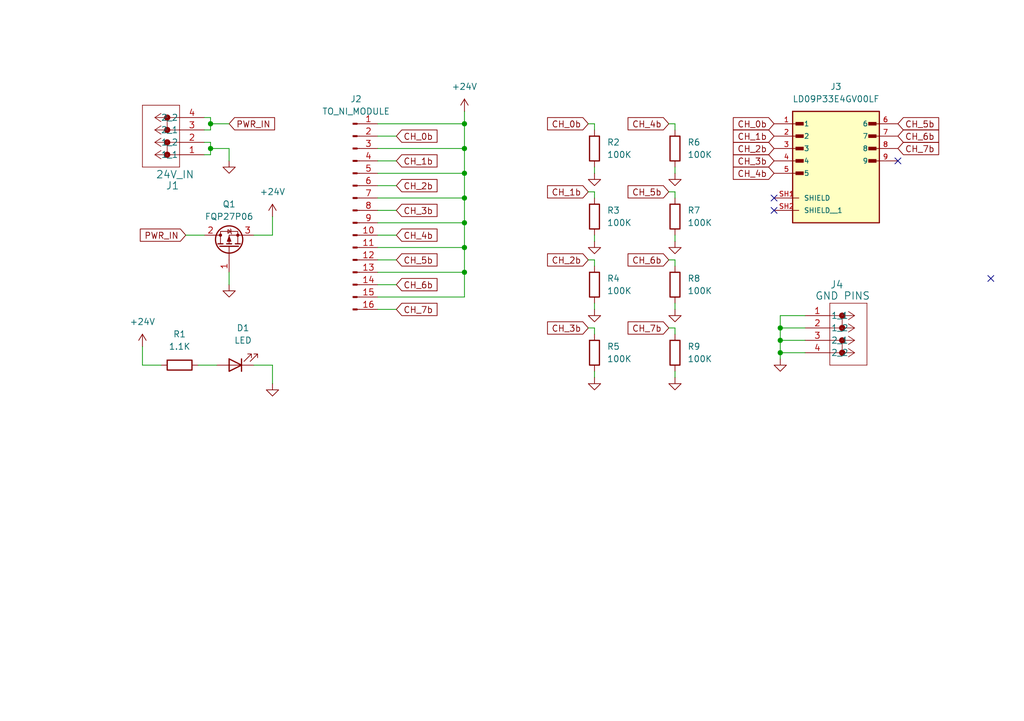
<source format=kicad_sch>
(kicad_sch (version 20250114) (generator "eeschema") (generator_version "9.0")
  (paper "A5")
  (lib_symbols
    (symbol "Connector:Conn_01x16_Pin" (pin_names (offset 1.016) (hide yes))
      (property "Reference" "J" (at 0 20.32 0))
      (property "Value" "Conn_01x16_Pin" (at 0 -22.86 0))
      (symbol "Conn_01x16_Pin_1_1"
        (rectangle (start 0.8636 17.907) (end 0 17.653) (stroke (width 0.1524)) (fill (type outline)))
        (rectangle (start 0.8636 15.367) (end 0 15.113) (stroke (width 0.1524)) (fill (type outline)))
        (rectangle (start 0.8636 12.827) (end 0 12.573) (stroke (width 0.1524)) (fill (type outline)))
        (rectangle (start 0.8636 10.287) (end 0 10.033) (stroke (width 0.1524)) (fill (type outline)))
        (rectangle (start 0.8636 7.747) (end 0 7.493) (stroke (width 0.1524)) (fill (type outline)))
        (rectangle (start 0.8636 5.207) (end 0 4.953) (stroke (width 0.1524)) (fill (type outline)))
        (rectangle (start 0.8636 2.667) (end 0 2.413) (stroke (width 0.1524)) (fill (type outline)))
        (rectangle (start 0.8636 0.127) (end 0 -0.127) (stroke (width 0.1524)) (fill (type outline)))
        (rectangle (start 0.8636 -2.413) (end 0 -2.667) (stroke (width 0.1524)) (fill (type outline)))
        (rectangle (start 0.8636 -4.953) (end 0 -5.207) (stroke (width 0.1524)) (fill (type outline)))
        (rectangle (start 0.8636 -7.493) (end 0 -7.747) (stroke (width 0.1524)) (fill (type outline)))
        (rectangle (start 0.8636 -10.033) (end 0 -10.287) (stroke (width 0.1524)) (fill (type outline)))
        (rectangle (start 0.8636 -12.573) (end 0 -12.827) (stroke (width 0.1524)) (fill (type outline)))
        (rectangle (start 0.8636 -15.113) (end 0 -15.367) (stroke (width 0.1524)) (fill (type outline)))
        (rectangle (start 0.8636 -17.653) (end 0 -17.907) (stroke (width 0.1524)) (fill (type outline)))
        (rectangle (start 0.8636 -20.193) (end 0 -20.447) (stroke (width 0.1524)) (fill (type outline)))
        (polyline (pts (xy 1.27 17.78) (xy 0.8636 17.78)) (stroke (width 0.1524)))
        (polyline (pts (xy 1.27 15.24) (xy 0.8636 15.24)) (stroke (width 0.1524)))
        (polyline (pts (xy 1.27 12.7) (xy 0.8636 12.7)) (stroke (width 0.1524)))
        (polyline (pts (xy 1.27 10.16) (xy 0.8636 10.16)) (stroke (width 0.1524)))
        (polyline (pts (xy 1.27 7.62) (xy 0.8636 7.62)) (stroke (width 0.1524)))
        (polyline (pts (xy 1.27 5.08) (xy 0.8636 5.08)) (stroke (width 0.1524)))
        (polyline (pts (xy 1.27 2.54) (xy 0.8636 2.54)) (stroke (width 0.1524)))
        (polyline (pts (xy 1.27 0) (xy 0.8636 0)) (stroke (width 0.1524)))
        (polyline (pts (xy 1.27 -2.54) (xy 0.8636 -2.54)) (stroke (width 0.1524)))
        (polyline (pts (xy 1.27 -5.08) (xy 0.8636 -5.08)) (stroke (width 0.1524)))
        (polyline (pts (xy 1.27 -7.62) (xy 0.8636 -7.62)) (stroke (width 0.1524)))
        (polyline (pts (xy 1.27 -10.16) (xy 0.8636 -10.16)) (stroke (width 0.1524)))
        (polyline (pts (xy 1.27 -12.7) (xy 0.8636 -12.7)) (stroke (width 0.1524)))
        (polyline (pts (xy 1.27 -15.24) (xy 0.8636 -15.24)) (stroke (width 0.1524)))
        (polyline (pts (xy 1.27 -17.78) (xy 0.8636 -17.78)) (stroke (width 0.1524)))
        (polyline (pts (xy 1.27 -20.32) (xy 0.8636 -20.32)) (stroke (width 0.1524)))
        (pin passive line (at 5.08 17.78 180) (length 3.81) (name "Pin_1") (number "1"))
        (pin passive line (at 5.08 15.24 180) (length 3.81) (name "Pin_2") (number "2"))
        (pin passive line (at 5.08 12.7 180) (length 3.81) (name "Pin_3") (number "3"))
        (pin passive line (at 5.08 10.16 180) (length 3.81) (name "Pin_4") (number "4"))
        (pin passive line (at 5.08 7.62 180) (length 3.81) (name "Pin_5") (number "5"))
        (pin passive line (at 5.08 5.08 180) (length 3.81) (name "Pin_6") (number "6"))
        (pin passive line (at 5.08 2.54 180) (length 3.81) (name "Pin_7") (number "7"))
        (pin passive line (at 5.08 0 180) (length 3.81) (name "Pin_8") (number "8"))
        (pin passive line (at 5.08 -2.54 180) (length 3.81) (name "Pin_9") (number "9"))
        (pin passive line (at 5.08 -5.08 180) (length 3.81) (name "Pin_10") (number "10"))
        (pin passive line (at 5.08 -7.62 180) (length 3.81) (name "Pin_11") (number "11"))
        (pin passive line (at 5.08 -10.16 180) (length 3.81) (name "Pin_12") (number "12"))
        (pin passive line (at 5.08 -12.7 180) (length 3.81) (name "Pin_13") (number "13"))
        (pin passive line (at 5.08 -15.24 180) (length 3.81) (name "Pin_14") (number "14"))
        (pin passive line (at 5.08 -17.78 180) (length 3.81) (name "Pin_15") (number "15"))
        (pin passive line (at 5.08 -20.32 180) (length 3.81) (name "Pin_16") (number "16"))
      )
    )
    (symbol "Device:LED" (pin_numbers (hide yes)) (pin_names (offset 1.016) (hide yes))
      (property "Reference" "D" (at 0 2.54 0))
      (property "Value" "LED" (at 0 -2.54 0))
      (symbol "LED_0_1"
        (polyline (pts (xy -3.048 -0.762) (xy -4.572 -2.286) (xy -3.81 -2.286) (xy -4.572 -2.286) (xy -4.572 -1.524)))
        (polyline (pts (xy -1.778 -0.762) (xy -3.302 -2.286) (xy -2.54 -2.286) (xy -3.302 -2.286) (xy -3.302 -1.524)))
        (polyline (pts (xy -1.27 0) (xy 1.27 0)))
        (polyline (pts (xy -1.27 -1.27) (xy -1.27 1.27)) (stroke (width 0.254)))
        (polyline (pts (xy 1.27 -1.27) (xy 1.27 1.27) (xy -1.27 0) (xy 1.27 -1.27)) (stroke (width 0.254)))
      )
      (symbol "LED_1_1"
        (pin passive line (at -3.81 0 0) (length 2.54) (name "K") (number "1"))
        (pin passive line (at 3.81 0 180) (length 2.54) (name "A") (number "2"))
      )
    )
    (symbol "Device:R" (pin_numbers (hide yes)) (pin_names (offset 0))
      (property "Reference" "R" (at 2.032 0 90))
      (property "Value" "R" (at 0 0 90))
      (symbol "R_0_1"
        (rectangle (start -1.016 -2.54) (end 1.016 2.54) (stroke (width 0.254)))
      )
      (symbol "R_1_1"
        (pin passive line (at 0 3.81 270) (length 1.27) (name "~") (number "1"))
        (pin passive line (at 0 -3.81 90) (length 1.27) (name "~") (number "2"))
      )
    )
    (symbol "LD09P33E4GV00LF:LD09P33E4GV00LF" (pin_names (offset 1.016))
      (property "Reference" "J" (at -7.62 10.922 0))
      (property "Value" "LD09P33E4GV00LF" (at -7.62 -15.24 0))
      (symbol "LD09P33E4GV00LF_0_0"
        (rectangle (start -8.89 -12.7) (end 8.89 10.16) (stroke (width 0.254)) (fill (type background)))
        (rectangle (start -8.255 7.3025) (end -6.6675 7.9375) (stroke (width 0.1)) (fill (type outline)))
        (rectangle (start -8.255 4.7625) (end -6.6675 5.3975) (stroke (width 0.1)) (fill (type outline)))
        (rectangle (start -8.255 2.2225) (end -6.6675 2.8575) (stroke (width 0.1)) (fill (type outline)))
        (rectangle (start -8.255 -0.3175) (end -6.6675 0.3175) (stroke (width 0.1)) (fill (type outline)))
        (rectangle (start -8.255 -2.8575) (end -6.6675 -2.2225) (stroke (width 0.1)) (fill (type outline)))
        (rectangle (start 6.6675 7.3025) (end 8.255 7.9375) (stroke (width 0.1)) (fill (type outline)))
        (rectangle (start 6.6675 4.7625) (end 8.255 5.3975) (stroke (width 0.1)) (fill (type outline)))
        (rectangle (start 6.6675 2.2225) (end 8.255 2.8575) (stroke (width 0.1)) (fill (type outline)))
        (rectangle (start 6.6675 -0.3175) (end 8.255 0.3175) (stroke (width 0.1)) (fill (type outline)))
        (pin passive line (at -12.7 7.62 0) (length 5.08) (name "1") (number "1"))
        (pin passive line (at -12.7 5.08 0) (length 5.08) (name "2") (number "2"))
        (pin passive line (at -12.7 2.54 0) (length 5.08) (name "3") (number "3"))
        (pin passive line (at -12.7 0 0) (length 5.08) (name "4") (number "4"))
        (pin passive line (at -12.7 -2.54 0) (length 5.08) (name "5") (number "5"))
        (pin passive line (at -12.7 -7.62 0) (length 5.08) (name "SHIELD") (number "SH1"))
        (pin passive line (at -12.7 -10.16 0) (length 5.08) (name "SHIELD__1") (number "SH2"))
        (pin passive line (at 12.7 7.62 180) (length 5.08) (name "6") (number "6"))
        (pin passive line (at 12.7 5.08 180) (length 5.08) (name "7") (number "7"))
        (pin passive line (at 12.7 2.54 180) (length 5.08) (name "8") (number "8"))
        (pin passive line (at 12.7 0 180) (length 5.08) (name "9") (number "9"))
      )
    )
    (symbol "Transistor_FET:FQP27P06" (pin_names (hide yes))
      (property "Reference" "Q" (at 5.08 1.905 0))
      (property "Value" "FQP27P06" (at 5.08 0 0))
      (symbol "FQP27P06_0_1"
        (polyline (pts (xy 0.254 1.905) (xy 0.254 -1.905)) (stroke (width 0.254)))
        (polyline (pts (xy 0.254 0) (xy -2.54 0)))
        (polyline (pts (xy 0.762 2.286) (xy 0.762 1.27)) (stroke (width 0.254)))
        (polyline (pts (xy 0.762 1.778) (xy 3.302 1.778) (xy 3.302 -1.778) (xy 0.762 -1.778)))
        (polyline (pts (xy 0.762 0.508) (xy 0.762 -0.508)) (stroke (width 0.254)))
        (polyline (pts (xy 0.762 -1.27) (xy 0.762 -2.286)) (stroke (width 0.254)))
        (circle (center 1.651 0) (radius 2.794) (stroke (width 0.254)))
        (polyline (pts (xy 2.286 0) (xy 1.27 0.381) (xy 1.27 -0.381) (xy 2.286 0)) (fill (type outline)))
        (polyline (pts (xy 2.54 2.54) (xy 2.54 1.778)))
        (circle (center 2.54 1.778) (radius 0.254) (fill (type outline)))
        (circle (center 2.54 -1.778) (radius 0.254) (fill (type outline)))
        (polyline (pts (xy 2.54 -2.54) (xy 2.54 0) (xy 0.762 0)))
        (polyline (pts (xy 2.794 -0.508) (xy 2.921 -0.381) (xy 3.683 -0.381) (xy 3.81 -0.254)))
        (polyline (pts (xy 3.302 -0.381) (xy 2.921 0.254) (xy 3.683 0.254) (xy 3.302 -0.381)))
      )
      (symbol "FQP27P06_1_1"
        (pin input line (at -5.08 0 0) (length 2.54) (name "G") (number "1"))
        (pin passive line (at 2.54 5.08 270) (length 2.54) (name "D") (number "2"))
        (pin passive line (at 2.54 -5.08 90) (length 2.54) (name "S") (number "3"))
      )
    )
    (symbol "Wago_2601_1102:2601-1102" (pin_names (offset 0.254))
      (property "Reference" "J" (at 8.89 6.35 0))
      (property "Value" "2601-1102" (at 0 0 0))
      (symbol "2601-1102_1_1"
        (polyline (pts (xy 5.08 2.54) (xy 5.08 -10.16)) (stroke (width 0.127)))
        (polyline (pts (xy 5.08 -10.16) (xy 12.7 -10.16)) (stroke (width 0.127)))
        (polyline (pts (xy 7.62 0) (xy 7.62 -2.54)) (stroke (width 0.127)))
        (circle (center 7.62 0) (radius 0.127) (stroke (width 0.508)))
        (circle (center 7.62 -2.54) (radius 0.127) (stroke (width 0.508)))
        (polyline (pts (xy 7.62 -5.08) (xy 7.62 -7.62)) (stroke (width 0.127)))
        (circle (center 7.62 -5.08) (radius 0.127) (stroke (width 0.508)))
        (circle (center 7.62 -7.62) (radius 0.127) (stroke (width 0.508)))
        (polyline (pts (xy 10.16 0) (xy 5.08 0)) (stroke (width 0.127)))
        (polyline (pts (xy 10.16 0) (xy 8.89 0.8467)) (stroke (width 0.127)))
        (polyline (pts (xy 10.16 0) (xy 8.89 -0.8467)) (stroke (width 0.127)))
        (polyline (pts (xy 10.16 -2.54) (xy 5.08 -2.54)) (stroke (width 0.127)))
        (polyline (pts (xy 10.16 -2.54) (xy 8.89 -1.6933)) (stroke (width 0.127)))
        (polyline (pts (xy 10.16 -2.54) (xy 8.89 -3.3867)) (stroke (width 0.127)))
        (polyline (pts (xy 10.16 -5.08) (xy 5.08 -5.08)) (stroke (width 0.127)))
        (polyline (pts (xy 10.16 -5.08) (xy 8.89 -4.2333)) (stroke (width 0.127)))
        (polyline (pts (xy 10.16 -5.08) (xy 8.89 -5.9267)) (stroke (width 0.127)))
        (polyline (pts (xy 10.16 -7.62) (xy 5.08 -7.62)) (stroke (width 0.127)))
        (polyline (pts (xy 10.16 -7.62) (xy 8.89 -6.7733)) (stroke (width 0.127)))
        (polyline (pts (xy 10.16 -7.62) (xy 8.89 -8.4667)) (stroke (width 0.127)))
        (polyline (pts (xy 12.7 2.54) (xy 5.08 2.54)) (stroke (width 0.127)))
        (polyline (pts (xy 12.7 -10.16) (xy 12.7 2.54)) (stroke (width 0.127)))
        (pin unspecified line (at 0 0 0) (length 5.08) (name "1_1") (number "1"))
        (pin unspecified line (at 0 -2.54 0) (length 5.08) (name "1_2") (number "2"))
        (pin unspecified line (at 0 -5.08 0) (length 5.08) (name "2_1") (number "3"))
        (pin unspecified line (at 0 -7.62 0) (length 5.08) (name "2_2") (number "4"))
      )
    )
    (symbol "power:+24V" (power) (pin_numbers (hide yes)) (pin_names (offset 0) (hide yes))
      (property "Value" "+24V" (at 0 3.556 0))
      (symbol "+24V_0_1"
        (polyline (pts (xy -0.762 1.27) (xy 0 2.54)))
        (polyline (pts (xy 0 2.54) (xy 0.762 1.27)))
        (polyline (pts (xy 0 0) (xy 0 2.54)))
      )
      (symbol "+24V_1_1"
        (pin power_in line (at 0 0 90) (length 0) (name "~") (number "1"))
      )
    )
    (symbol "power:GND" (power) (pin_numbers (hide yes)) (pin_names (offset 0) (hide yes))
      (property "Value" "GND" (at 0 -3.81 0))
      (symbol "GND_0_1"
        (polyline (pts (xy 0 0) (xy 0 -1.27) (xy 1.27 -1.27) (xy 0 -2.54) (xy -1.27 -1.27) (xy 0 -1.27)))
      )
      (symbol "GND_1_1"
        (pin power_in line (at 0 0 270) (length 0) (name "~") (number "1"))
      )
    )
  )
  (junction (at 160.02 67.31))
  (junction (at 43.18 25.4))
  (junction (at 95.25 55.88))
  (junction (at 43.18 30.48))
  (junction (at 95.25 50.8))
  (junction (at 95.25 35.56))
  (junction (at 95.25 30.48))
  (junction (at 160.02 72.39))
  (junction (at 95.25 45.72))
  (junction (at 95.25 25.4))
  (junction (at 95.25 40.64))
  (junction (at 160.02 69.85))
  (no_connect (at 203.2 57.15))
  (no_connect (at 184.15 33.02))
  (no_connect (at 158.75 43.18))
  (no_connect (at 158.75 40.64))
  (wire (pts (xy 137.16 53.34) (xy 138.43 53.34)))
  (wire (pts (xy 137.16 25.4) (xy 138.43 25.4)))
  (wire (pts (xy 138.43 53.34) (xy 138.43 54.61)))
  (wire (pts (xy 120.65 53.34) (xy 121.92 53.34)))
  (wire (pts (xy 46.99 33.02) (xy 46.99 30.48)))
  (wire (pts (xy 138.43 35.56) (xy 138.43 34.29)))
  (wire (pts (xy 121.92 39.37) (xy 121.92 40.64)))
  (wire (pts (xy 81.28 43.18) (xy 77.47 43.18)))
  (wire (pts (xy 121.92 49.53) (xy 121.92 48.26)))
  (wire (pts (xy 138.43 77.47) (xy 138.43 76.2)))
  (wire (pts (xy 95.25 30.48) (xy 95.25 25.4)))
  (wire (pts (xy 160.02 72.39) (xy 165.1 72.39)))
  (wire (pts (xy 95.25 45.72) (xy 95.25 40.64)))
  (wire (pts (xy 46.99 58.42) (xy 46.99 55.88)))
  (wire (pts (xy 160.02 72.39) (xy 160.02 73.66)))
  (wire (pts (xy 160.02 69.85) (xy 160.02 72.39)))
  (wire (pts (xy 38.1 48.26) (xy 41.91 48.26)))
  (wire (pts (xy 120.65 25.4) (xy 121.92 25.4)))
  (wire (pts (xy 120.65 67.31) (xy 121.92 67.31)))
  (wire (pts (xy 160.02 64.77) (xy 165.1 64.77)))
  (wire (pts (xy 41.91 31.75) (xy 43.18 31.75)))
  (wire (pts (xy 95.25 35.56) (xy 95.25 30.48)))
  (wire (pts (xy 77.47 45.72) (xy 95.25 45.72)))
  (wire (pts (xy 77.47 30.48) (xy 95.25 30.48)))
  (wire (pts (xy 77.47 25.4) (xy 95.25 25.4)))
  (wire (pts (xy 81.28 38.1) (xy 77.47 38.1)))
  (wire (pts (xy 160.02 69.85) (xy 165.1 69.85)))
  (wire (pts (xy 81.28 27.94) (xy 77.47 27.94)))
  (wire (pts (xy 160.02 67.31) (xy 165.1 67.31)))
  (wire (pts (xy 52.07 48.26) (xy 55.88 48.26)))
  (wire (pts (xy 160.02 67.31) (xy 160.02 69.85)))
  (wire (pts (xy 43.18 24.13) (xy 43.18 25.4)))
  (wire (pts (xy 120.65 39.37) (xy 121.92 39.37)))
  (wire (pts (xy 121.92 63.5) (xy 121.92 62.23)))
  (wire (pts (xy 81.28 53.34) (xy 77.47 53.34)))
  (wire (pts (xy 138.43 39.37) (xy 138.43 40.64)))
  (wire (pts (xy 138.43 63.5) (xy 138.43 62.23)))
  (wire (pts (xy 95.25 60.96) (xy 95.25 55.88)))
  (wire (pts (xy 95.25 40.64) (xy 95.25 35.56)))
  (wire (pts (xy 138.43 67.31) (xy 138.43 68.58)))
  (wire (pts (xy 55.88 74.93) (xy 52.07 74.93)))
  (wire (pts (xy 81.28 33.02) (xy 77.47 33.02)))
  (wire (pts (xy 121.92 67.31) (xy 121.92 68.58)))
  (wire (pts (xy 33.02 74.93) (xy 29.21 74.93)))
  (wire (pts (xy 29.21 71.12) (xy 29.21 74.93)))
  (wire (pts (xy 121.92 25.4) (xy 121.92 26.67)))
  (wire (pts (xy 55.88 44.45) (xy 55.88 48.26)))
  (wire (pts (xy 55.88 78.74) (xy 55.88 74.93)))
  (wire (pts (xy 95.25 50.8) (xy 95.25 45.72)))
  (wire (pts (xy 44.45 74.93) (xy 40.64 74.93)))
  (wire (pts (xy 121.92 35.56) (xy 121.92 34.29)))
  (wire (pts (xy 138.43 49.53) (xy 138.43 48.26)))
  (wire (pts (xy 43.18 31.75) (xy 43.18 30.48)))
  (wire (pts (xy 137.16 39.37) (xy 138.43 39.37)))
  (wire (pts (xy 160.02 64.77) (xy 160.02 67.31)))
  (wire (pts (xy 77.47 40.64) (xy 95.25 40.64)))
  (wire (pts (xy 95.25 25.4) (xy 95.25 22.86)))
  (wire (pts (xy 43.18 26.67) (xy 43.18 25.4)))
  (wire (pts (xy 77.47 35.56) (xy 95.25 35.56)))
  (wire (pts (xy 43.18 29.21) (xy 43.18 30.48)))
  (wire (pts (xy 41.91 24.13) (xy 43.18 24.13)))
  (wire (pts (xy 121.92 53.34) (xy 121.92 54.61)))
  (wire (pts (xy 121.92 77.47) (xy 121.92 76.2)))
  (wire (pts (xy 137.16 67.31) (xy 138.43 67.31)))
  (wire (pts (xy 77.47 60.96) (xy 95.25 60.96)))
  (wire (pts (xy 46.99 25.4) (xy 43.18 25.4)))
  (wire (pts (xy 81.28 48.26) (xy 77.47 48.26)))
  (wire (pts (xy 46.99 30.48) (xy 43.18 30.48)))
  (wire (pts (xy 77.47 55.88) (xy 95.25 55.88)))
  (wire (pts (xy 77.47 50.8) (xy 95.25 50.8)))
  (wire (pts (xy 41.91 26.67) (xy 43.18 26.67)))
  (wire (pts (xy 95.25 55.88) (xy 95.25 50.8)))
  (wire (pts (xy 81.28 63.5) (xy 77.47 63.5)))
  (wire (pts (xy 41.91 29.21) (xy 43.18 29.21)))
  (wire (pts (xy 138.43 25.4) (xy 138.43 26.67)))
  (wire (pts (xy 81.28 58.42) (xy 77.47 58.42)))
  (global_label "CH_1b" (shape input) (at 158.75 27.94 180) (property "Intersheetrefs" "${INTERSHEET_REFS}" (effects (hide yes))))
  (global_label "CH_2b" (shape input) (at 158.75 30.48 180) (property "Intersheetrefs" "${INTERSHEET_REFS}" (effects (hide yes))))
  (global_label "CH_1b" (shape input) (at 120.65 39.37 180) (property "Intersheetrefs" "${INTERSHEET_REFS}" (effects (hide yes))))
  (global_label "CH_5b" (shape input) (at 184.15 25.4 0) (property "Intersheetrefs" "${INTERSHEET_REFS}" (effects (hide yes))))
  (global_label "CH_4b" (shape input) (at 137.16 25.4 180) (property "Intersheetrefs" "${INTERSHEET_REFS}" (effects (hide yes))))
  (global_label "CH_6b" (shape input) (at 137.16 53.34 180) (property "Intersheetrefs" "${INTERSHEET_REFS}" (effects (hide yes))))
  (global_label "CH_5b" (shape input) (at 137.16 39.37 180) (property "Intersheetrefs" "${INTERSHEET_REFS}" (effects (hide yes))))
  (global_label "CH_6b" (shape input) (at 81.28 58.42 0) (property "Intersheetrefs" "${INTERSHEET_REFS}" (effects (hide yes))))
  (global_label "CH_3b" (shape input) (at 120.65 67.31 180) (property "Intersheetrefs" "${INTERSHEET_REFS}" (effects (hide yes))))
  (global_label "CH_7b" (shape input) (at 184.15 30.48 0) (property "Intersheetrefs" "${INTERSHEET_REFS}" (effects (hide yes))))
  (global_label "CH_5b" (shape input) (at 81.28 53.34 0) (property "Intersheetrefs" "${INTERSHEET_REFS}" (effects (hide yes))))
  (global_label "CH_4b" (shape input) (at 158.75 35.56 180) (property "Intersheetrefs" "${INTERSHEET_REFS}" (effects (hide yes))))
  (global_label "CH_7b" (shape input) (at 81.28 63.5 0) (property "Intersheetrefs" "${INTERSHEET_REFS}" (effects (hide yes))))
  (global_label "CH_3b" (shape input) (at 158.75 33.02 180) (property "Intersheetrefs" "${INTERSHEET_REFS}" (effects (hide yes))))
  (global_label "CH_0b" (shape input) (at 158.75 25.4 180) (property "Intersheetrefs" "${INTERSHEET_REFS}" (effects (hide yes))))
  (global_label "CH_1b" (shape input) (at 81.28 33.02 0) (property "Intersheetrefs" "${INTERSHEET_REFS}" (effects (hide yes))))
  (global_label "PWR_IN" (shape input) (at 46.99 25.4 0) (property "Intersheetrefs" "${INTERSHEET_REFS}" (effects (hide yes))))
  (global_label "CH_2b" (shape input) (at 81.28 38.1 0) (property "Intersheetrefs" "${INTERSHEET_REFS}" (effects (hide yes))))
  (global_label "CH_3b" (shape input) (at 81.28 43.18 0) (property "Intersheetrefs" "${INTERSHEET_REFS}" (effects (hide yes))))
  (global_label "CH_6b" (shape input) (at 184.15 27.94 0) (property "Intersheetrefs" "${INTERSHEET_REFS}" (effects (hide yes))))
  (global_label "PWR_IN" (shape input) (at 38.1 48.26 180) (property "Intersheetrefs" "${INTERSHEET_REFS}" (effects (hide yes))))
  (global_label "CH_0b" (shape input) (at 81.28 27.94 0) (property "Intersheetrefs" "${INTERSHEET_REFS}" (effects (hide yes))))
  (global_label "CH_0b" (shape input) (at 120.65 25.4 180) (property "Intersheetrefs" "${INTERSHEET_REFS}" (effects (hide yes))))
  (global_label "CH_4b" (shape input) (at 81.28 48.26 0) (property "Intersheetrefs" "${INTERSHEET_REFS}" (effects (hide yes))))
  (global_label "CH_7b" (shape input) (at 137.16 67.31 180) (property "Intersheetrefs" "${INTERSHEET_REFS}" (effects (hide yes))))
  (global_label "CH_2b" (shape input) (at 120.65 53.34 180) (property "Intersheetrefs" "${INTERSHEET_REFS}" (effects (hide yes))))
  (symbol (lib_id "power:GND") (at 46.99 58.42 0) (unit 1)
    (property "Reference" "#PWR01" (effects (hide yes)))
    (property "Value" "GND" (effects (hide yes)))
    (property "Description" "Power symbol creates a global label with name \"GND\" , ground" (effects (hide yes)))
  )
  (symbol (lib_id "Device:R") (at 138.43 44.45 0) (unit 1)
    (property "Reference" "R7" (at 140.97 43.1799 0) (effects (justify left)))
    (property "Value" "100K" (at 140.97 45.7199 0) (effects (justify left)))
    (property "Footprint" "Resistor_THT:R_Axial_DIN0207_L6.3mm_D2.5mm_P7.62mm_Horizontal" (effects (hide yes)))
    (property "Description" "Resistor" (effects (hide yes)))
  )
  (symbol (lib_id "power:GND") (at 138.43 77.47 0) (unit 1)
    (property "Reference" "#PWR017" (effects (hide yes)))
    (property "Value" "GND" (effects (hide yes)))
    (property "Description" "Power symbol creates a global label with name \"GND\" , ground" (effects (hide yes)))
  )
  (symbol (lib_id "Device:R") (at 36.83 74.93 90) (unit 1)
    (property "Reference" "R1" (at 36.83 68.58 90))
    (property "Value" "1.1K" (at 36.83 71.12 90))
    (property "Footprint" "Resistor_THT:R_Axial_DIN0207_L6.3mm_D2.5mm_P7.62mm_Horizontal" (effects (hide yes)))
    (property "Description" "Resistor" (effects (hide yes)))
  )
  (symbol (lib_id "Device:R") (at 121.92 30.48 0) (unit 1)
    (property "Reference" "R2" (at 124.46 29.2099 0) (effects (justify left)))
    (property "Value" "100K" (at 124.46 31.7499 0) (effects (justify left)))
    (property "Footprint" "Resistor_THT:R_Axial_DIN0207_L6.3mm_D2.5mm_P7.62mm_Horizontal" (effects (hide yes)))
    (property "Description" "Resistor" (effects (hide yes)))
  )
  (symbol (lib_id "Transistor_FET:FQP27P06") (at 46.99 50.8 90) (unit 1)
    (property "Reference" "Q1" (at 46.99 41.91 90))
    (property "Value" "FQP27P06" (at 46.99 44.45 90))
    (property "Footprint" "Package_TO_SOT_THT:TO-220-3_Vertical" (effects (hide yes)))
    (property "Datasheet" "https://www.onsemi.com/pub/Collateral/FQP27P06-D.PDF" (effects (hide yes)))
    (property "Description" "-27A Id, -60V Vds, QFET P-Channel MOSFET, TO-220" (effects (hide yes)))
  )
  (symbol (lib_id "power:GND") (at 121.92 77.47 0) (unit 1)
    (property "Reference" "#PWR013" (effects (hide yes)))
    (property "Value" "GND" (effects (hide yes)))
    (property "Description" "Power symbol creates a global label with name \"GND\" , ground" (effects (hide yes)))
  )
  (symbol (lib_id "power:GND") (at 138.43 49.53 0) (unit 1)
    (property "Reference" "#PWR015" (effects (hide yes)))
    (property "Value" "GND" (effects (hide yes)))
    (property "Description" "Power symbol creates a global label with name \"GND\" , ground" (effects (hide yes)))
  )
  (symbol (lib_id "power:GND") (at 46.99 33.02 0) (unit 1)
    (property "Reference" "#PWR02" (effects (hide yes)))
    (property "Value" "GND" (effects (hide yes)))
    (property "Description" "Power symbol creates a global label with name \"GND\" , ground" (effects (hide yes)))
  )
  (symbol (lib_id "power:GND") (at 121.92 49.53 0) (unit 1)
    (property "Reference" "#PWR011" (effects (hide yes)))
    (property "Value" "GND" (effects (hide yes)))
    (property "Description" "Power symbol creates a global label with name \"GND\" , ground" (effects (hide yes)))
  )
  (symbol (lib_id "Wago_2601_1102:2601-1102") (at 165.1 64.77 0) (unit 1)
    (property "Reference" "J4" (at 170.18 58.42 0) (effects (font (size 1.524 1.524)) (justify left)))
    (property "Value" "GND PINS" (at 167.132 60.706 0) (effects (font (size 1.524 1.524)) (justify left)))
    (property "Footprint" "2601_1102:CONN2_2601-1102_WAG" (effects (hide yes)))
    (property "Datasheet" "2601-1102" (effects (hide yes)))
  )
  (symbol (lib_id "power:GND") (at 121.92 63.5 0) (unit 1)
    (property "Reference" "#PWR012" (effects (hide yes)))
    (property "Value" "GND" (effects (hide yes)))
    (property "Description" "Power symbol creates a global label with name \"GND\" , ground" (effects (hide yes)))
  )
  (symbol (lib_id "power:GND") (at 138.43 63.5 0) (unit 1)
    (property "Reference" "#PWR016" (effects (hide yes)))
    (property "Value" "GND" (effects (hide yes)))
    (property "Description" "Power symbol creates a global label with name \"GND\" , ground" (effects (hide yes)))
  )
  (symbol (lib_id "Connector:Conn_01x16_Pin") (at 72.39 43.18 0) (unit 1)
    (property "Reference" "J2" (at 73.025 20.32 0))
    (property "Value" "TO_NI_MODULE" (at 73.025 22.86 0))
    (property "Footprint" "Conn3.5MMPins:01x16 Horiz Pins" (effects (hide yes)))
    (property "Description" "Generic connector, single row, 01x16, script generated" (effects (hide yes)))
  )
  (symbol (lib_id "Device:R") (at 121.92 72.39 0) (unit 1)
    (property "Reference" "R5" (at 124.46 71.1199 0) (effects (justify left)))
    (property "Value" "100K" (at 124.46 73.6599 0) (effects (justify left)))
    (property "Footprint" "Resistor_THT:R_Axial_DIN0207_L6.3mm_D2.5mm_P7.62mm_Horizontal" (effects (hide yes)))
    (property "Description" "Resistor" (effects (hide yes)))
  )
  (symbol (lib_id "power:GND") (at 121.92 35.56 0) (unit 1)
    (property "Reference" "#PWR010" (effects (hide yes)))
    (property "Value" "GND" (effects (hide yes)))
    (property "Description" "Power symbol creates a global label with name \"GND\" , ground" (effects (hide yes)))
  )
  (symbol (lib_id "power:+24V") (at 95.25 22.86 0) (unit 1)
    (property "Reference" "#PWR05" (effects (hide yes)))
    (property "Value" "+24V" (at 95.25 17.78 0))
    (property "Description" "Power symbol creates a global label with name \"+24V\"" (effects (hide yes)))
  )
  (symbol (lib_id "power:GND") (at 55.88 78.74 0) (unit 1)
    (property "Reference" "#PWR08" (effects (hide yes)))
    (property "Value" "GND" (effects (hide yes)))
    (property "Description" "Power symbol creates a global label with name \"GND\" , ground" (effects (hide yes)))
  )
  (symbol (lib_id "power:GND") (at 138.43 35.56 0) (unit 1)
    (property "Reference" "#PWR014" (effects (hide yes)))
    (property "Value" "GND" (effects (hide yes)))
    (property "Description" "Power symbol creates a global label with name \"GND\" , ground" (effects (hide yes)))
  )
  (symbol (lib_id "Device:R") (at 138.43 72.39 0) (unit 1)
    (property "Reference" "R9" (at 140.97 71.1199 0) (effects (justify left)))
    (property "Value" "100K" (at 140.97 73.6599 0) (effects (justify left)))
    (property "Footprint" "Resistor_THT:R_Axial_DIN0207_L6.3mm_D2.5mm_P7.62mm_Horizontal" (effects (hide yes)))
    (property "Description" "Resistor" (effects (hide yes)))
  )
  (symbol (lib_id "Device:R") (at 121.92 58.42 0) (unit 1)
    (property "Reference" "R4" (at 124.46 57.1499 0) (effects (justify left)))
    (property "Value" "100K" (at 124.46 59.6899 0) (effects (justify left)))
    (property "Footprint" "Resistor_THT:R_Axial_DIN0207_L6.3mm_D2.5mm_P7.62mm_Horizontal" (effects (hide yes)))
    (property "Description" "Resistor" (effects (hide yes)))
  )
  (symbol (lib_id "Device:LED") (at 48.26 74.93 180) (unit 1)
    (property "Reference" "D1" (at 49.8475 67.31 0))
    (property "Value" "LED" (at 49.8475 69.85 0))
    (property "Footprint" "LED_THT:LED_D3.0mm_FlatTop" (effects (hide yes)))
    (property "Description" "Light emitting diode" (effects (hide yes)))
    (property "Sim.Pins" "1=K 2=A" (effects (hide yes)))
  )
  (symbol (lib_id "Device:R") (at 138.43 58.42 0) (unit 1)
    (property "Reference" "R8" (at 140.97 57.1499 0) (effects (justify left)))
    (property "Value" "100K" (at 140.97 59.6899 0) (effects (justify left)))
    (property "Footprint" "Resistor_THT:R_Axial_DIN0207_L6.3mm_D2.5mm_P7.62mm_Horizontal" (effects (hide yes)))
    (property "Description" "Resistor" (effects (hide yes)))
  )
  (symbol (lib_id "power:+24V") (at 55.88 44.45 0) (unit 1)
    (property "Reference" "#PWR06" (effects (hide yes)))
    (property "Value" "+24V" (at 55.88 39.37 0))
    (property "Description" "Power symbol creates a global label with name \"+24V\"" (effects (hide yes)))
  )
  (symbol (lib_id "Device:R") (at 138.43 30.48 0) (unit 1)
    (property "Reference" "R6" (at 140.97 29.2099 0) (effects (justify left)))
    (property "Value" "100K" (at 140.97 31.7499 0) (effects (justify left)))
    (property "Footprint" "Resistor_THT:R_Axial_DIN0207_L6.3mm_D2.5mm_P7.62mm_Horizontal" (effects (hide yes)))
    (property "Description" "Resistor" (effects (hide yes)))
  )
  (symbol (lib_id "LD09P33E4GV00LF:LD09P33E4GV00LF") (at 171.45 33.02 0) (unit 1)
    (property "Reference" "J3" (at 171.45 17.78 0))
    (property "Value" "LD09P33E4GV00LF" (at 171.45 20.32 0))
    (property "Footprint" "LD09P33E4GV00LF:AMPHENOL_LD09P33E4GV00LF" (effects (hide yes)))
    (property "PARTREV" "B" (effects (hide yes)))
    (property "MANUFACTURER" "Amphenol" (effects (hide yes)))
    (property "MAXIMUM_PACKAGE_HEIGHT" "12.96mm" (effects (hide yes)))
    (property "STANDARD" "Manufacturer Recommendations" (effects (hide yes)))
  )
  (symbol (lib_id "power:+24V") (at 29.21 71.12 0) (mirror y) (unit 1)
    (property "Reference" "#PWR07" (effects (hide yes)))
    (property "Value" "+24V" (at 29.21 66.04 0))
    (property "Description" "Power symbol creates a global label with name \"+24V\"" (effects (hide yes)))
  )
  (symbol (lib_id "Wago_2601_1102:2601-1102") (at 41.91 31.75 180) (unit 1)
    (property "Reference" "J1" (at 36.83 38.1 0) (effects (font (size 1.524 1.524)) (justify left)))
    (property "Value" "24V_IN" (at 39.878 35.814 0) (effects (font (size 1.524 1.524)) (justify left)))
    (property "Footprint" "2601_1102:CONN2_2601-1102_WAG" (effects (hide yes)))
    (property "Datasheet" "2601-1102" (effects (hide yes)))
  )
  (symbol (lib_id "power:GND") (at 160.02 73.66 0) (mirror y) (unit 1)
    (property "Reference" "#PWR09" (effects (hide yes)))
    (property "Value" "GND" (effects (hide yes)))
    (property "Description" "Power symbol creates a global label with name \"GND\" , ground" (effects (hide yes)))
  )
  (symbol (lib_id "Device:R") (at 121.92 44.45 0) (unit 1)
    (property "Reference" "R3" (at 124.46 43.1799 0) (effects (justify left)))
    (property "Value" "100K" (at 124.46 45.7199 0) (effects (justify left)))
    (property "Footprint" "Resistor_THT:R_Axial_DIN0207_L6.3mm_D2.5mm_P7.62mm_Horizontal" (effects (hide yes)))
    (property "Description" "Resistor" (effects (hide yes)))
  )
)
</source>
